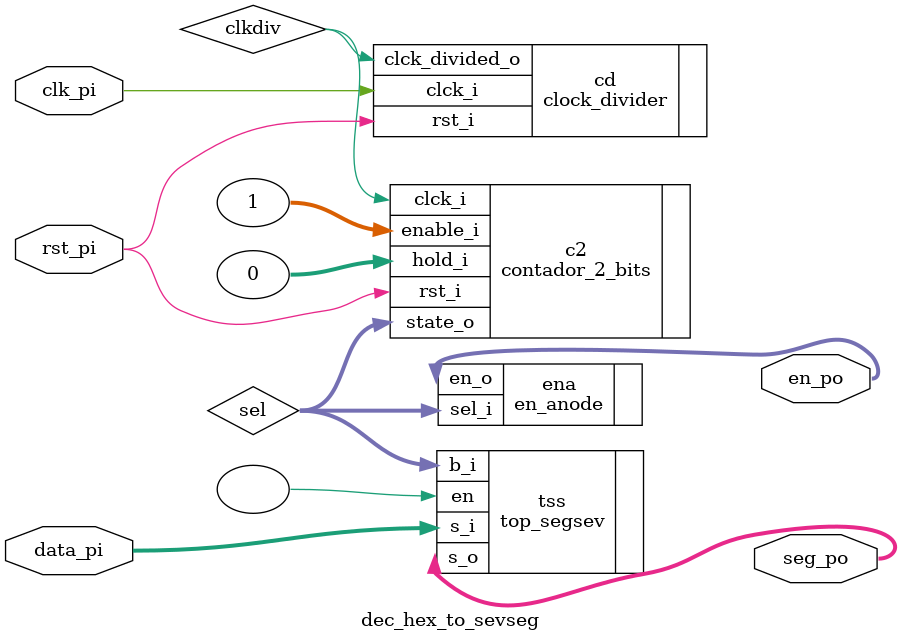
<source format=sv>
`timescale 1ns / 1ps


module dec_hex_to_sevseg(
    input  logic        clk_pi,
    input  logic        rst_pi,
    input  logic [15:0] data_pi,
    output logic [3:0]  en_po,
    output logic [6:0]  seg_po
   );
    
    //Variables del contador
    logic [1:0]  sel;
    
    //Variables del clkdiv
    logic       clkdiv;
    
    clock_divider cd (

        .clck_i         (clk_pi),
        .rst_i          (rst_pi),
        .clck_divided_o (clkdiv)

    );
    
    contador_2_bits c2 (
    
        .clck_i     (clkdiv),
        .enable_i   (1),
        .hold_i     (0),
        .rst_i      (rst_pi),
        .state_o    (sel)
    
    );
   
    top_segsev tss(
    
        .s_i        (data_pi),
        .b_i        (sel),
        .s_o        (seg_po),
        .en         ()

    );
    
    en_anode ena(
        .sel_i      (sel),
        .en_o       (en_po)
    );
    
    
    
    
    
endmodule

</source>
